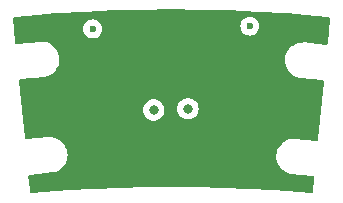
<source format=gbr>
%TF.GenerationSoftware,KiCad,Pcbnew,8.0.2-1*%
%TF.CreationDate,2024-10-11T13:21:46+02:00*%
%TF.ProjectId,PUMA_PCB_REV2,50554d41-5f50-4434-925f-524556322e6b,rev?*%
%TF.SameCoordinates,Original*%
%TF.FileFunction,Copper,L3,Inr*%
%TF.FilePolarity,Positive*%
%FSLAX46Y46*%
G04 Gerber Fmt 4.6, Leading zero omitted, Abs format (unit mm)*
G04 Created by KiCad (PCBNEW 8.0.2-1) date 2024-10-11 13:21:46*
%MOMM*%
%LPD*%
G01*
G04 APERTURE LIST*
%TA.AperFunction,ViaPad*%
%ADD10C,1.000000*%
%TD*%
%TA.AperFunction,ViaPad*%
%ADD11C,0.600000*%
%TD*%
%TA.AperFunction,ViaPad*%
%ADD12C,0.800000*%
%TD*%
G04 APERTURE END LIST*
D10*
%TO.N,GND*%
X96638147Y-90864525D03*
X98500000Y-84365929D03*
X95000000Y-96750000D03*
D11*
X104250000Y-92250000D03*
D10*
X107686120Y-85500000D03*
X104750000Y-96750000D03*
X107686120Y-86853605D03*
X103500000Y-91000000D03*
X107686120Y-88208610D03*
D11*
X96000000Y-92500000D03*
D10*
X99998879Y-96749863D03*
X101750000Y-84250000D03*
X91750000Y-90500000D03*
D11*
%TO.N,HV+*%
X93322070Y-84647999D03*
X106628810Y-84404476D03*
D12*
%TO.N,Net-(J2-SIGNAL)*%
X98500000Y-91500000D03*
%TO.N,Net-(J4-SIGNAL)*%
X101388400Y-91400879D03*
%TD*%
%TA.AperFunction,Conductor*%
%TO.N,GND*%
G36*
X102443268Y-83009334D02*
G01*
X102445287Y-83009370D01*
X104889484Y-83074819D01*
X104891648Y-83074897D01*
X107334274Y-83183990D01*
X107336325Y-83184100D01*
X109776610Y-83336801D01*
X109778671Y-83336948D01*
X112215960Y-83533217D01*
X112217848Y-83533385D01*
X113311132Y-83638655D01*
X113375974Y-83664674D01*
X113416457Y-83721620D01*
X113422647Y-83774245D01*
X113216184Y-85869239D01*
X113190020Y-85934025D01*
X113132983Y-85974381D01*
X113080596Y-85980478D01*
X111142258Y-85789056D01*
X111142255Y-85789056D01*
X111142254Y-85789056D01*
X111024365Y-85795977D01*
X110906472Y-85802898D01*
X110675763Y-85853455D01*
X110675761Y-85853456D01*
X110455809Y-85939477D01*
X110455804Y-85939480D01*
X110252014Y-86058852D01*
X110252011Y-86058854D01*
X110175610Y-86121521D01*
X110069398Y-86208641D01*
X109912466Y-86385148D01*
X109785079Y-86584034D01*
X109785073Y-86584045D01*
X109690373Y-86800395D01*
X109690372Y-86800398D01*
X109630679Y-87028911D01*
X109607467Y-87263947D01*
X109607467Y-87263950D01*
X109621309Y-87499734D01*
X109671866Y-87730443D01*
X109671867Y-87730445D01*
X109757888Y-87950397D01*
X109757890Y-87950400D01*
X109862753Y-88129422D01*
X109877263Y-88154192D01*
X109877262Y-88154192D01*
X109877264Y-88154194D01*
X109877265Y-88154196D01*
X110027051Y-88336807D01*
X110203559Y-88493740D01*
X110402444Y-88621127D01*
X110402449Y-88621129D01*
X110402456Y-88621133D01*
X110587898Y-88702304D01*
X110618808Y-88715834D01*
X110847323Y-88775528D01*
X112786322Y-88967015D01*
X112851103Y-88993193D01*
X112891447Y-89050238D01*
X112897538Y-89102576D01*
X112414817Y-94000797D01*
X112388653Y-94065583D01*
X112331616Y-94105939D01*
X112279229Y-94112036D01*
X110410662Y-93927505D01*
X110410659Y-93927505D01*
X110410658Y-93927505D01*
X110292769Y-93934426D01*
X110174876Y-93941347D01*
X109944167Y-93991904D01*
X109944165Y-93991905D01*
X109724213Y-94077926D01*
X109724208Y-94077929D01*
X109520418Y-94197301D01*
X109520415Y-94197303D01*
X109444014Y-94259970D01*
X109337802Y-94347090D01*
X109180870Y-94523597D01*
X109053483Y-94722483D01*
X109053477Y-94722494D01*
X108958777Y-94938844D01*
X108958776Y-94938847D01*
X108899083Y-95167360D01*
X108875871Y-95402396D01*
X108875871Y-95402399D01*
X108889713Y-95638183D01*
X108940270Y-95868892D01*
X108940271Y-95868894D01*
X109026292Y-96088846D01*
X109026295Y-96088851D01*
X109145667Y-96292641D01*
X109145666Y-96292641D01*
X109145668Y-96292643D01*
X109145669Y-96292645D01*
X109295455Y-96475256D01*
X109471963Y-96632189D01*
X109670848Y-96759576D01*
X109670853Y-96759578D01*
X109670860Y-96759582D01*
X109856302Y-96840753D01*
X109887212Y-96854283D01*
X110115727Y-96913977D01*
X111984957Y-97098574D01*
X112049736Y-97124751D01*
X112090080Y-97181796D01*
X112096171Y-97234134D01*
X111975114Y-98462518D01*
X111948950Y-98527304D01*
X111891913Y-98567660D01*
X111839827Y-98573786D01*
X110878582Y-98481231D01*
X108706751Y-98306337D01*
X106532129Y-98170257D01*
X104355536Y-98073037D01*
X102177387Y-98014698D01*
X99998658Y-97995266D01*
X97819873Y-98014747D01*
X95641838Y-98073131D01*
X93465191Y-98170401D01*
X93465161Y-98170402D01*
X93465158Y-98170403D01*
X93275208Y-98182293D01*
X91290573Y-98306529D01*
X89118739Y-98481470D01*
X88157479Y-98574049D01*
X88088862Y-98560882D01*
X88038255Y-98512707D01*
X88022192Y-98462804D01*
X87993321Y-98170403D01*
X87889469Y-97118622D01*
X87902471Y-97049976D01*
X87950524Y-96999254D01*
X88000675Y-96983043D01*
X89955546Y-96789989D01*
X90141017Y-96741539D01*
X90184055Y-96730297D01*
X90184056Y-96730296D01*
X90184062Y-96730295D01*
X90400425Y-96635588D01*
X90599310Y-96508201D01*
X90775818Y-96351268D01*
X90925604Y-96168657D01*
X91044979Y-95964861D01*
X91048200Y-95956627D01*
X91131002Y-95744906D01*
X91131003Y-95744904D01*
X91181559Y-95514195D01*
X91181560Y-95514192D01*
X91195402Y-95278414D01*
X91172191Y-95043373D01*
X91112497Y-94814858D01*
X91094052Y-94772720D01*
X91017796Y-94598506D01*
X91017790Y-94598495D01*
X91017790Y-94598494D01*
X90890402Y-94399609D01*
X90890400Y-94399607D01*
X90890399Y-94399605D01*
X90733471Y-94223102D01*
X90550858Y-94073315D01*
X90347068Y-93953942D01*
X90127100Y-93867915D01*
X89896394Y-93817359D01*
X89896399Y-93817359D01*
X89739207Y-93808131D01*
X89660615Y-93803517D01*
X89660613Y-93803517D01*
X89660612Y-93803517D01*
X89660608Y-93803517D01*
X87705806Y-93996564D01*
X87637157Y-93983563D01*
X87586434Y-93935511D01*
X87570220Y-93885350D01*
X87334694Y-91500000D01*
X97594540Y-91500000D01*
X97614326Y-91688256D01*
X97614327Y-91688259D01*
X97672818Y-91868277D01*
X97672821Y-91868284D01*
X97767467Y-92032216D01*
X97804880Y-92073767D01*
X97894129Y-92172888D01*
X98047265Y-92284148D01*
X98047270Y-92284151D01*
X98220192Y-92361142D01*
X98220197Y-92361144D01*
X98405354Y-92400500D01*
X98405355Y-92400500D01*
X98594644Y-92400500D01*
X98594646Y-92400500D01*
X98779803Y-92361144D01*
X98952730Y-92284151D01*
X99105871Y-92172888D01*
X99232533Y-92032216D01*
X99327179Y-91868284D01*
X99385674Y-91688256D01*
X99405460Y-91500000D01*
X99395042Y-91400879D01*
X100482940Y-91400879D01*
X100502726Y-91589135D01*
X100502727Y-91589138D01*
X100561218Y-91769156D01*
X100561221Y-91769163D01*
X100655867Y-91933095D01*
X100745116Y-92032216D01*
X100782529Y-92073767D01*
X100935665Y-92185027D01*
X100935670Y-92185030D01*
X101108592Y-92262021D01*
X101108597Y-92262023D01*
X101293754Y-92301379D01*
X101293755Y-92301379D01*
X101483044Y-92301379D01*
X101483046Y-92301379D01*
X101668203Y-92262023D01*
X101841130Y-92185030D01*
X101994271Y-92073767D01*
X102120933Y-91933095D01*
X102215579Y-91769163D01*
X102274074Y-91589135D01*
X102293860Y-91400879D01*
X102274074Y-91212623D01*
X102215579Y-91032595D01*
X102120933Y-90868663D01*
X101994271Y-90727991D01*
X101977558Y-90715848D01*
X101841134Y-90616730D01*
X101841129Y-90616727D01*
X101668207Y-90539736D01*
X101668202Y-90539734D01*
X101522401Y-90508744D01*
X101483046Y-90500379D01*
X101293754Y-90500379D01*
X101261297Y-90507277D01*
X101108597Y-90539734D01*
X101108592Y-90539736D01*
X100935670Y-90616727D01*
X100935665Y-90616730D01*
X100782529Y-90727990D01*
X100655866Y-90868664D01*
X100561221Y-91032594D01*
X100561218Y-91032601D01*
X100529014Y-91131716D01*
X100502726Y-91212623D01*
X100482940Y-91400879D01*
X99395042Y-91400879D01*
X99385674Y-91311744D01*
X99327179Y-91131716D01*
X99232533Y-90967784D01*
X99105871Y-90827112D01*
X99105870Y-90827111D01*
X98952734Y-90715851D01*
X98952729Y-90715848D01*
X98779807Y-90638857D01*
X98779802Y-90638855D01*
X98634001Y-90607865D01*
X98594646Y-90599500D01*
X98405354Y-90599500D01*
X98372897Y-90606398D01*
X98220197Y-90638855D01*
X98220192Y-90638857D01*
X98047270Y-90715848D01*
X98047265Y-90715851D01*
X97894129Y-90827111D01*
X97767466Y-90967785D01*
X97672821Y-91131715D01*
X97672818Y-91131722D01*
X97614327Y-91311740D01*
X97614326Y-91311744D01*
X97594540Y-91500000D01*
X87334694Y-91500000D01*
X87093079Y-89052975D01*
X87106081Y-88984327D01*
X87154134Y-88933605D01*
X87204288Y-88917393D01*
X89257642Y-88714613D01*
X89443113Y-88666163D01*
X89486151Y-88654921D01*
X89486152Y-88654920D01*
X89486158Y-88654919D01*
X89702521Y-88560212D01*
X89901406Y-88432825D01*
X90077914Y-88275892D01*
X90227700Y-88093281D01*
X90347075Y-87889485D01*
X90433099Y-87669525D01*
X90483656Y-87438816D01*
X90497498Y-87203038D01*
X90474286Y-86967997D01*
X90414592Y-86739482D01*
X90368539Y-86634271D01*
X90319891Y-86523130D01*
X90319885Y-86523119D01*
X90319885Y-86523118D01*
X90192498Y-86324233D01*
X90089725Y-86208641D01*
X90035566Y-86147726D01*
X90035565Y-86147725D01*
X89852954Y-85997939D01*
X89649158Y-85878564D01*
X89649155Y-85878562D01*
X89429203Y-85792541D01*
X89429201Y-85792540D01*
X89198490Y-85741983D01*
X89198495Y-85741983D01*
X89041303Y-85732755D01*
X88962711Y-85728141D01*
X88962709Y-85728141D01*
X88962708Y-85728141D01*
X88962704Y-85728141D01*
X86909415Y-85930915D01*
X86840766Y-85917914D01*
X86790043Y-85869862D01*
X86773830Y-85819703D01*
X86658137Y-84647995D01*
X92516505Y-84647995D01*
X92516505Y-84648002D01*
X92536700Y-84827248D01*
X92536701Y-84827253D01*
X92596281Y-84997522D01*
X92679689Y-85130264D01*
X92692254Y-85150261D01*
X92819808Y-85277815D01*
X92972548Y-85373788D01*
X93142815Y-85433367D01*
X93142820Y-85433368D01*
X93322066Y-85453564D01*
X93322070Y-85453564D01*
X93322074Y-85453564D01*
X93501319Y-85433368D01*
X93501322Y-85433367D01*
X93501325Y-85433367D01*
X93671592Y-85373788D01*
X93824332Y-85277815D01*
X93951886Y-85150261D01*
X94047859Y-84997521D01*
X94107438Y-84827254D01*
X94127635Y-84647999D01*
X94120393Y-84583725D01*
X94107439Y-84468749D01*
X94107438Y-84468744D01*
X94084948Y-84404472D01*
X105823245Y-84404472D01*
X105823245Y-84404479D01*
X105843440Y-84583725D01*
X105843441Y-84583730D01*
X105903021Y-84753999D01*
X105949047Y-84827248D01*
X105998994Y-84906738D01*
X106126548Y-85034292D01*
X106279288Y-85130265D01*
X106449555Y-85189844D01*
X106449560Y-85189845D01*
X106628806Y-85210041D01*
X106628810Y-85210041D01*
X106628814Y-85210041D01*
X106808059Y-85189845D01*
X106808062Y-85189844D01*
X106808065Y-85189844D01*
X106978332Y-85130265D01*
X107131072Y-85034292D01*
X107258626Y-84906738D01*
X107354599Y-84753998D01*
X107414178Y-84583731D01*
X107414179Y-84583725D01*
X107434375Y-84404479D01*
X107434375Y-84404472D01*
X107414179Y-84225226D01*
X107414178Y-84225221D01*
X107354598Y-84054952D01*
X107258625Y-83902213D01*
X107131072Y-83774660D01*
X106978333Y-83678687D01*
X106808064Y-83619107D01*
X106808059Y-83619106D01*
X106628814Y-83598911D01*
X106628806Y-83598911D01*
X106449560Y-83619106D01*
X106449555Y-83619107D01*
X106279286Y-83678687D01*
X106126547Y-83774660D01*
X105998994Y-83902213D01*
X105903021Y-84054952D01*
X105843441Y-84225221D01*
X105843440Y-84225226D01*
X105823245Y-84404472D01*
X94084948Y-84404472D01*
X94047858Y-84298475D01*
X93951885Y-84145736D01*
X93824332Y-84018183D01*
X93671593Y-83922210D01*
X93501324Y-83862630D01*
X93501319Y-83862629D01*
X93322074Y-83842434D01*
X93322066Y-83842434D01*
X93142820Y-83862629D01*
X93142815Y-83862630D01*
X92972546Y-83922210D01*
X92819807Y-84018183D01*
X92692254Y-84145736D01*
X92596281Y-84298475D01*
X92536701Y-84468744D01*
X92536700Y-84468749D01*
X92516505Y-84647995D01*
X86658137Y-84647995D01*
X86571919Y-83774796D01*
X86584921Y-83706149D01*
X86632974Y-83655427D01*
X86683424Y-83639186D01*
X87776822Y-83533861D01*
X87778564Y-83533707D01*
X90215834Y-83337342D01*
X90217845Y-83337197D01*
X92658281Y-83184389D01*
X92660270Y-83184283D01*
X95102858Y-83075093D01*
X95105054Y-83075015D01*
X97549115Y-83009471D01*
X97551262Y-83009432D01*
X99996252Y-82987548D01*
X99998267Y-82987548D01*
X102443268Y-83009334D01*
G37*
%TD.AperFunction*%
%TD*%
M02*

</source>
